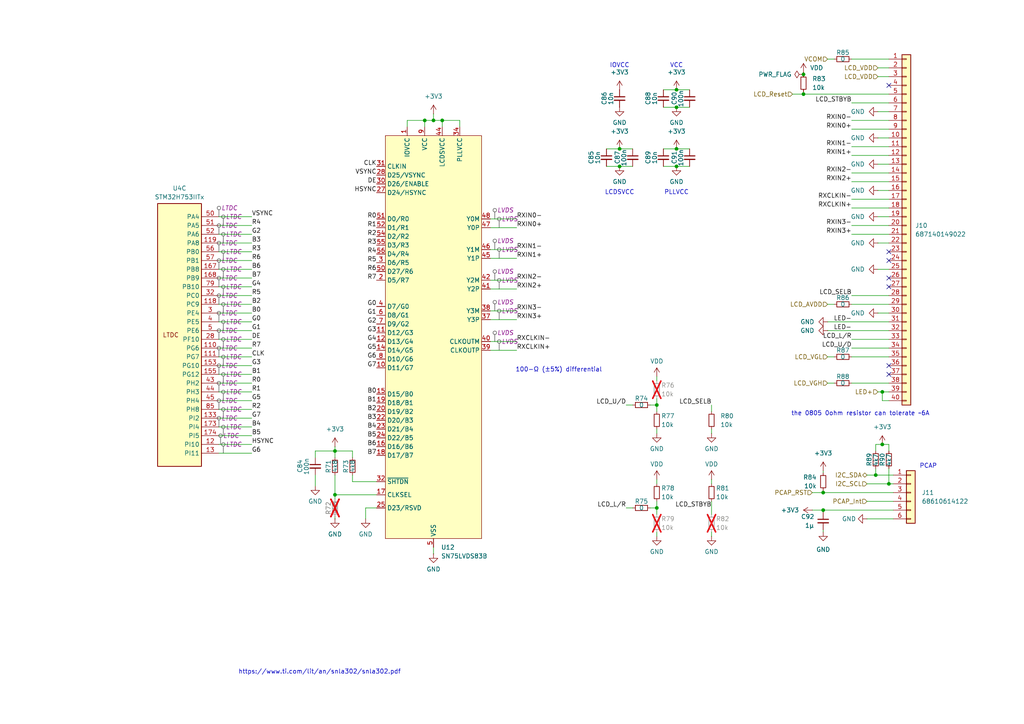
<source format=kicad_sch>
(kicad_sch
	(version 20250114)
	(generator "eeschema")
	(generator_version "9.0")
	(uuid "cfc08744-1338-460e-b9d6-bbb983fd58f1")
	(paper "A4")
	
	(text "100-Ω (±5%) differential "
		(exclude_from_sim no)
		(at 162.56 107.315 0)
		(effects
			(font
				(size 1.27 1.27)
			)
		)
		(uuid "1da41025-8cff-4a99-b544-8c763a73e2d1")
	)
	(text "PLLVCC"
		(exclude_from_sim no)
		(at 196.215 55.88 0)
		(effects
			(font
				(size 1.27 1.27)
			)
		)
		(uuid "69441736-eb38-4f01-a3f7-3aea416466f1")
	)
	(text "VCC"
		(exclude_from_sim no)
		(at 196.215 19.05 0)
		(effects
			(font
				(size 1.27 1.27)
			)
		)
		(uuid "7910a5ee-8ec7-4e91-a5a0-12c5f115d328")
	)
	(text "PCAP"
		(exclude_from_sim no)
		(at 269.24 135.255 0)
		(effects
			(font
				(size 1.27 1.27)
			)
		)
		(uuid "953f9d08-beaa-4a51-9778-13ce58a1a9e4")
	)
	(text "IOVCC"
		(exclude_from_sim no)
		(at 179.705 19.05 0)
		(effects
			(font
				(size 1.27 1.27)
			)
		)
		(uuid "9606f5f8-be5b-4b2d-8242-fc97946d3518")
	)
	(text "LCDSVCC"
		(exclude_from_sim no)
		(at 179.705 55.88 0)
		(effects
			(font
				(size 1.27 1.27)
			)
		)
		(uuid "b0eadaf5-52dd-452a-a86a-3eeecaa6db12")
	)
	(text "https://www.ti.com/lit/an/snla302/snla302.pdf"
		(exclude_from_sim no)
		(at 92.71 194.945 0)
		(effects
			(font
				(size 1.27 1.27)
			)
		)
		(uuid "bb44997b-1e8e-473d-b79d-3a23b573ff01")
	)
	(text "the 0805 0ohm resistor can tolerate ~6A"
		(exclude_from_sim no)
		(at 249.555 120.015 0)
		(effects
			(font
				(size 1.27 1.27)
			)
		)
		(uuid "ec6e7b20-8941-4277-a49c-06890acb3044")
	)
	(junction
		(at 97.155 130.81)
		(diameter 0)
		(color 0 0 0 0)
		(uuid "0a014240-3880-4e76-9a94-85fc4b86e196")
	)
	(junction
		(at 179.705 48.26)
		(diameter 0)
		(color 0 0 0 0)
		(uuid "1a981e4a-df1f-4554-808a-8cb682e6b709")
	)
	(junction
		(at 255.905 128.905)
		(diameter 0)
		(color 0 0 0 0)
		(uuid "1f38e153-e651-4879-8c77-3220d9bfe30b")
	)
	(junction
		(at 196.215 26.035)
		(diameter 0)
		(color 0 0 0 0)
		(uuid "36bddcfd-11d5-48fe-af61-3a943aa79791")
	)
	(junction
		(at 257.81 140.335)
		(diameter 0)
		(color 0 0 0 0)
		(uuid "3925a27d-4875-405a-8c29-a7ba8d4725f7")
	)
	(junction
		(at 125.73 34.925)
		(diameter 0)
		(color 0 0 0 0)
		(uuid "51eeccfe-6686-4ca9-8aba-d515e08cb179")
	)
	(junction
		(at 190.5 117.475)
		(diameter 0)
		(color 0 0 0 0)
		(uuid "587b8044-6d76-4594-b205-64f5ae3d0cbf")
	)
	(junction
		(at 128.27 34.925)
		(diameter 0)
		(color 0 0 0 0)
		(uuid "5e4fb1b3-b906-42cb-9bcf-1fe43b515c5c")
	)
	(junction
		(at 123.19 34.925)
		(diameter 0)
		(color 0 0 0 0)
		(uuid "6921e377-c6aa-4918-8f18-78751ee65e4b")
	)
	(junction
		(at 233.045 27.305)
		(diameter 0)
		(color 0 0 0 0)
		(uuid "6b7b1be5-7851-40f7-b61c-54746ac8b71c")
	)
	(junction
		(at 179.705 43.18)
		(diameter 0)
		(color 0 0 0 0)
		(uuid "6f2f8254-1c91-4009-962f-948e94f45990")
	)
	(junction
		(at 238.76 147.955)
		(diameter 0)
		(color 0 0 0 0)
		(uuid "833e2d64-fc43-464a-9283-f695744d3d12")
	)
	(junction
		(at 255.905 113.665)
		(diameter 0)
		(color 0 0 0 0)
		(uuid "89518f6e-9c83-421f-9c57-ab6c1f4a7a34")
	)
	(junction
		(at 97.155 143.51)
		(diameter 0)
		(color 0 0 0 0)
		(uuid "b360e58b-d3d1-4f91-b7db-26a83f81783f")
	)
	(junction
		(at 238.76 142.875)
		(diameter 0)
		(color 0 0 0 0)
		(uuid "ba9f6885-d1c2-4976-8e6c-b3c768d67c14")
	)
	(junction
		(at 190.5 147.32)
		(diameter 0)
		(color 0 0 0 0)
		(uuid "cbdd449a-e405-445e-a272-3419885e6243")
	)
	(junction
		(at 196.215 48.26)
		(diameter 0)
		(color 0 0 0 0)
		(uuid "d008a368-33cc-4d3e-b958-698d092dfcd5")
	)
	(junction
		(at 196.215 31.115)
		(diameter 0)
		(color 0 0 0 0)
		(uuid "ec8f96ba-b615-4c3c-85a1-f8ab19bdb118")
	)
	(junction
		(at 233.045 21.59)
		(diameter 0)
		(color 0 0 0 0)
		(uuid "f0bb0dd0-1498-4cf2-80b4-e31af6999afb")
	)
	(junction
		(at 196.215 43.18)
		(diameter 0)
		(color 0 0 0 0)
		(uuid "f4221231-7f4d-4ee4-b654-d71f985c5bf1")
	)
	(junction
		(at 254 137.795)
		(diameter 0)
		(color 0 0 0 0)
		(uuid "f621acd5-9b92-4da7-afc1-ea1e53f7700e")
	)
	(no_connect
		(at 257.81 108.585)
		(uuid "206530de-08a6-4322-927d-360e1543f9c3")
	)
	(no_connect
		(at 257.81 80.645)
		(uuid "4670c019-b6c9-4fcc-b1c1-90483035a52d")
	)
	(no_connect
		(at 257.81 73.025)
		(uuid "57ba4c83-7552-48dc-a263-d34d0b323fe5")
	)
	(no_connect
		(at 257.81 83.185)
		(uuid "58e4a9ba-9959-41ee-8aa7-af7bb26bb0fc")
	)
	(no_connect
		(at 257.81 75.565)
		(uuid "6656bea9-1e28-47cc-8494-9faa91d6f4b4")
	)
	(no_connect
		(at 257.81 24.765)
		(uuid "b5294258-8b2c-4d02-a271-4a5af5e8753b")
	)
	(no_connect
		(at 257.81 106.045)
		(uuid "d5a720d4-226e-4161-a590-27effc13fbc0")
	)
	(wire
		(pts
			(xy 196.215 48.26) (xy 200.025 48.26)
		)
		(stroke
			(width 0)
			(type default)
		)
		(uuid "0298da3d-88c6-441a-bd23-3a8b6279e8c9")
	)
	(wire
		(pts
			(xy 251.46 140.335) (xy 257.81 140.335)
		)
		(stroke
			(width 0)
			(type default)
		)
		(uuid "05e528cd-cd25-429f-b1b3-d804461f1fbb")
	)
	(wire
		(pts
			(xy 257.81 135.89) (xy 257.81 140.335)
		)
		(stroke
			(width 0)
			(type default)
		)
		(uuid "06b39ecd-f131-4d5e-be11-106155e0051c")
	)
	(wire
		(pts
			(xy 149.86 99.06) (xy 142.24 99.06)
		)
		(stroke
			(width 0)
			(type default)
		)
		(uuid "0714a536-7eb6-4ce2-851e-ea015f0458bc")
	)
	(wire
		(pts
			(xy 238.76 154.305) (xy 238.76 153.67)
		)
		(stroke
			(width 0)
			(type default)
		)
		(uuid "07f733c1-2c84-4554-b580-90af3ab3af81")
	)
	(wire
		(pts
			(xy 97.155 149.86) (xy 97.155 150.495)
		)
		(stroke
			(width 0)
			(type default)
		)
		(uuid "09997052-fd26-4555-95c6-8743f1453e4f")
	)
	(wire
		(pts
			(xy 73.025 90.805) (xy 63.5 90.805)
		)
		(stroke
			(width 0)
			(type default)
		)
		(uuid "0c7769d9-58d9-424f-8e8c-af7626579794")
	)
	(wire
		(pts
			(xy 102.235 130.81) (xy 102.235 132.715)
		)
		(stroke
			(width 0)
			(type default)
		)
		(uuid "0c8bd05c-5fba-4223-a449-4cbbc5bdec09")
	)
	(wire
		(pts
			(xy 133.35 34.925) (xy 133.35 36.83)
		)
		(stroke
			(width 0)
			(type default)
		)
		(uuid "0fe53239-7447-4eb5-8ad5-c0e8b73b79db")
	)
	(wire
		(pts
			(xy 125.73 158.75) (xy 125.73 160.655)
		)
		(stroke
			(width 0)
			(type default)
		)
		(uuid "10cb2966-9e76-4d0b-ae0d-260f6ad04f92")
	)
	(wire
		(pts
			(xy 247.015 111.125) (xy 257.81 111.125)
		)
		(stroke
			(width 0)
			(type default)
		)
		(uuid "13c63c44-473b-4821-bfdb-9dab528786c2")
	)
	(wire
		(pts
			(xy 63.5 111.125) (xy 73.025 111.125)
		)
		(stroke
			(width 0)
			(type default)
		)
		(uuid "15e610cc-4c82-431d-a9a2-2303922c457c")
	)
	(wire
		(pts
			(xy 190.5 147.32) (xy 190.5 149.225)
		)
		(stroke
			(width 0)
			(type default)
		)
		(uuid "1682fa89-003e-4157-a37f-bb74a89a1921")
	)
	(wire
		(pts
			(xy 233.045 20.955) (xy 233.045 21.59)
		)
		(stroke
			(width 0)
			(type default)
		)
		(uuid "17155407-70a1-437c-acf1-ef8c745c8d55")
	)
	(wire
		(pts
			(xy 73.025 78.105) (xy 63.5 78.105)
		)
		(stroke
			(width 0)
			(type default)
		)
		(uuid "17d94e04-1564-40d7-929a-7f08193a5664")
	)
	(wire
		(pts
			(xy 238.76 147.955) (xy 238.76 148.59)
		)
		(stroke
			(width 0)
			(type default)
		)
		(uuid "193249d7-42be-4aa3-9346-3782bac88bef")
	)
	(wire
		(pts
			(xy 190.5 109.22) (xy 190.5 110.49)
		)
		(stroke
			(width 0)
			(type default)
		)
		(uuid "19ebde49-e7ee-4f44-aa21-c9a530b73c81")
	)
	(wire
		(pts
			(xy 254.635 90.805) (xy 257.81 90.805)
		)
		(stroke
			(width 0)
			(type default)
		)
		(uuid "1c029d85-b489-425d-b4be-7fb14080dda1")
	)
	(wire
		(pts
			(xy 247.015 88.265) (xy 257.81 88.265)
		)
		(stroke
			(width 0)
			(type default)
		)
		(uuid "1d48773f-2c67-4fd6-b92d-82324b248da6")
	)
	(wire
		(pts
			(xy 247.015 103.505) (xy 257.81 103.505)
		)
		(stroke
			(width 0)
			(type default)
		)
		(uuid "1ec68ab0-74c3-4639-83cb-e6593f6a6859")
	)
	(wire
		(pts
			(xy 73.025 121.285) (xy 63.5 121.285)
		)
		(stroke
			(width 0)
			(type default)
		)
		(uuid "207bac0e-477b-4ecc-a9e7-30d1882c0397")
	)
	(wire
		(pts
			(xy 97.155 130.81) (xy 102.235 130.81)
		)
		(stroke
			(width 0)
			(type default)
		)
		(uuid "23b220bd-13e9-445f-ae5e-3ab326eee3d2")
	)
	(wire
		(pts
			(xy 238.76 142.24) (xy 238.76 142.875)
		)
		(stroke
			(width 0)
			(type default)
		)
		(uuid "23c600d3-e761-4c99-b45d-34adfb2a9b67")
	)
	(wire
		(pts
			(xy 247.015 60.325) (xy 257.81 60.325)
		)
		(stroke
			(width 0)
			(type default)
		)
		(uuid "27619d87-814b-4e66-8ce5-84c9b258f0bf")
	)
	(wire
		(pts
			(xy 142.24 74.93) (xy 149.86 74.93)
		)
		(stroke
			(width 0)
			(type default)
		)
		(uuid "29b1f2f7-9974-4042-9e5d-7f1190fac34f")
	)
	(wire
		(pts
			(xy 142.24 83.82) (xy 149.86 83.82)
		)
		(stroke
			(width 0)
			(type default)
		)
		(uuid "2c715c41-8579-4be5-8127-330173332aa8")
	)
	(wire
		(pts
			(xy 247.015 65.405) (xy 257.81 65.405)
		)
		(stroke
			(width 0)
			(type default)
		)
		(uuid "2f1b7142-5359-4472-b1fd-de96165f83e6")
	)
	(wire
		(pts
			(xy 73.025 80.645) (xy 63.5 80.645)
		)
		(stroke
			(width 0)
			(type default)
		)
		(uuid "2f42cc24-c719-4c2e-85ed-24e93a3cc083")
	)
	(wire
		(pts
			(xy 254.635 22.225) (xy 257.81 22.225)
		)
		(stroke
			(width 0)
			(type default)
		)
		(uuid "2f4e38f2-30cc-442c-b415-30467d32412d")
	)
	(wire
		(pts
			(xy 109.22 139.7) (xy 102.235 139.7)
		)
		(stroke
			(width 0)
			(type default)
		)
		(uuid "2fa43b00-581c-4b57-a7a9-a604f50b01d8")
	)
	(wire
		(pts
			(xy 73.025 70.485) (xy 63.5 70.485)
		)
		(stroke
			(width 0)
			(type default)
		)
		(uuid "2fd05b17-4010-4706-b3dd-e515141cfb1b")
	)
	(wire
		(pts
			(xy 181.61 147.32) (xy 183.515 147.32)
		)
		(stroke
			(width 0)
			(type default)
		)
		(uuid "30ffd6f7-ef1f-437f-9a7c-a23e216c9290")
	)
	(wire
		(pts
			(xy 206.375 117.475) (xy 206.375 119.38)
		)
		(stroke
			(width 0)
			(type default)
		)
		(uuid "312df952-f886-423f-9ecc-b76acc89c019")
	)
	(wire
		(pts
			(xy 247.015 57.785) (xy 257.81 57.785)
		)
		(stroke
			(width 0)
			(type default)
		)
		(uuid "338cbeb0-9e4c-42b6-9787-f19a5da2870c")
	)
	(wire
		(pts
			(xy 73.025 85.725) (xy 63.5 85.725)
		)
		(stroke
			(width 0)
			(type default)
		)
		(uuid "353d6dc0-f1dc-426d-ba7b-8e9e71df4b19")
	)
	(wire
		(pts
			(xy 233.045 26.67) (xy 233.045 27.305)
		)
		(stroke
			(width 0)
			(type default)
		)
		(uuid "354a3f1c-1c85-4f32-9b4a-8a7f5efa4e0a")
	)
	(wire
		(pts
			(xy 254 128.905) (xy 255.905 128.905)
		)
		(stroke
			(width 0)
			(type default)
		)
		(uuid "357e09a7-75f7-41a8-8c60-319f523d3773")
	)
	(wire
		(pts
			(xy 97.155 132.715) (xy 97.155 130.81)
		)
		(stroke
			(width 0)
			(type default)
		)
		(uuid "36eb8b53-c7a4-49dd-be5b-2105c6730fe4")
	)
	(wire
		(pts
			(xy 190.5 145.415) (xy 190.5 147.32)
		)
		(stroke
			(width 0)
			(type default)
		)
		(uuid "37521562-0348-42d1-a316-ad5f22f99668")
	)
	(wire
		(pts
			(xy 106.045 147.32) (xy 109.22 147.32)
		)
		(stroke
			(width 0)
			(type default)
		)
		(uuid "3a719ff8-c0b4-4593-b1f0-e26697bd70c2")
	)
	(wire
		(pts
			(xy 206.375 124.46) (xy 206.375 125.73)
		)
		(stroke
			(width 0)
			(type default)
		)
		(uuid "3ae24d99-1378-4e06-9b17-fab03726b185")
	)
	(wire
		(pts
			(xy 255.905 116.205) (xy 255.905 113.665)
		)
		(stroke
			(width 0)
			(type default)
		)
		(uuid "3d796974-152f-4f56-bd9a-5cb2a66feb94")
	)
	(wire
		(pts
			(xy 149.86 90.17) (xy 142.24 90.17)
		)
		(stroke
			(width 0)
			(type default)
		)
		(uuid "3db8ead2-c244-4591-9f6b-d8e5bc35cade")
	)
	(wire
		(pts
			(xy 251.46 137.795) (xy 254 137.795)
		)
		(stroke
			(width 0)
			(type default)
		)
		(uuid "3f295cfd-ebba-4b1e-bac9-708590bd77b6")
	)
	(wire
		(pts
			(xy 63.5 113.665) (xy 73.025 113.665)
		)
		(stroke
			(width 0)
			(type default)
		)
		(uuid "41c0f2a2-254c-4e56-9716-76286db98166")
	)
	(wire
		(pts
			(xy 91.44 130.81) (xy 97.155 130.81)
		)
		(stroke
			(width 0)
			(type default)
		)
		(uuid "45d0edf7-736a-4aa7-a23f-5212f8458eff")
	)
	(wire
		(pts
			(xy 247.015 17.145) (xy 257.81 17.145)
		)
		(stroke
			(width 0)
			(type default)
		)
		(uuid "466f5f35-7ab1-4d99-b939-c70f85820bed")
	)
	(wire
		(pts
			(xy 255.905 116.205) (xy 257.81 116.205)
		)
		(stroke
			(width 0)
			(type default)
		)
		(uuid "4718d472-c8b6-4441-ab81-d18e38c07fbd")
	)
	(wire
		(pts
			(xy 73.025 95.885) (xy 63.5 95.885)
		)
		(stroke
			(width 0)
			(type default)
		)
		(uuid "474024e8-c41f-40cb-9189-6472ac0431c2")
	)
	(wire
		(pts
			(xy 247.015 52.705) (xy 257.81 52.705)
		)
		(stroke
			(width 0)
			(type default)
		)
		(uuid "48985834-8e71-434f-b58e-ed9ffa085d20")
	)
	(wire
		(pts
			(xy 238.76 147.955) (xy 259.08 147.955)
		)
		(stroke
			(width 0)
			(type default)
		)
		(uuid "4c814185-20ab-4c63-85a3-08873cf631b5")
	)
	(wire
		(pts
			(xy 73.025 126.365) (xy 63.5 126.365)
		)
		(stroke
			(width 0)
			(type default)
		)
		(uuid "4cfb2005-de05-4a9f-b8a3-20c9e3e1b72d")
	)
	(wire
		(pts
			(xy 73.025 88.265) (xy 63.5 88.265)
		)
		(stroke
			(width 0)
			(type default)
		)
		(uuid "502ec2c1-b2f3-4c69-8215-aea89d77cbb8")
	)
	(wire
		(pts
			(xy 235.585 142.875) (xy 238.76 142.875)
		)
		(stroke
			(width 0)
			(type default)
		)
		(uuid "51176f82-a718-44d9-8aac-1fbaebeebff1")
	)
	(wire
		(pts
			(xy 125.73 34.925) (xy 128.27 34.925)
		)
		(stroke
			(width 0)
			(type default)
		)
		(uuid "512c3170-6919-410f-ab24-a01210192fc0")
	)
	(wire
		(pts
			(xy 73.025 75.565) (xy 63.5 75.565)
		)
		(stroke
			(width 0)
			(type default)
		)
		(uuid "5189ac23-5b18-47b9-a125-4cf0911b02fc")
	)
	(wire
		(pts
			(xy 175.895 48.26) (xy 179.705 48.26)
		)
		(stroke
			(width 0)
			(type default)
		)
		(uuid "57ab13e2-8a92-42d1-9fb8-6b02d0766ffe")
	)
	(wire
		(pts
			(xy 188.595 147.32) (xy 190.5 147.32)
		)
		(stroke
			(width 0)
			(type default)
		)
		(uuid "5bb6ede0-1f09-4ee3-b054-e913caa88144")
	)
	(wire
		(pts
			(xy 254.635 62.865) (xy 257.81 62.865)
		)
		(stroke
			(width 0)
			(type default)
		)
		(uuid "5d74f553-7285-4b03-8f7a-7493264e6ca7")
	)
	(wire
		(pts
			(xy 240.03 93.345) (xy 257.81 93.345)
		)
		(stroke
			(width 0)
			(type default)
		)
		(uuid "5f241d29-31c2-41f4-bd3d-059c2e65be39")
	)
	(wire
		(pts
			(xy 73.025 128.905) (xy 63.5 128.905)
		)
		(stroke
			(width 0)
			(type default)
		)
		(uuid "6075275d-7f2e-461d-a448-e93aaa6b54b5")
	)
	(wire
		(pts
			(xy 206.375 139.065) (xy 206.375 140.335)
		)
		(stroke
			(width 0)
			(type default)
		)
		(uuid "60c7230e-5bca-4180-bcca-03d23889c8d9")
	)
	(wire
		(pts
			(xy 240.03 17.145) (xy 241.935 17.145)
		)
		(stroke
			(width 0)
			(type default)
		)
		(uuid "618979c3-fee3-4fd4-90b7-b3a321c9831f")
	)
	(wire
		(pts
			(xy 179.705 43.18) (xy 183.515 43.18)
		)
		(stroke
			(width 0)
			(type default)
		)
		(uuid "652c6c39-fa45-4f03-89a8-cde00a0d1335")
	)
	(wire
		(pts
			(xy 181.61 117.475) (xy 183.515 117.475)
		)
		(stroke
			(width 0)
			(type default)
		)
		(uuid "65cc8ab6-13ef-40a8-9b07-cc9baf602c04")
	)
	(wire
		(pts
			(xy 247.015 67.945) (xy 257.81 67.945)
		)
		(stroke
			(width 0)
			(type default)
		)
		(uuid "671eb76e-ac7c-495b-9377-d06227dbda46")
	)
	(wire
		(pts
			(xy 206.375 154.305) (xy 206.375 155.575)
		)
		(stroke
			(width 0)
			(type default)
		)
		(uuid "68278b12-7341-4bce-ab78-6f965d6478a7")
	)
	(wire
		(pts
			(xy 188.595 117.475) (xy 190.5 117.475)
		)
		(stroke
			(width 0)
			(type default)
		)
		(uuid "6e4fea39-f48b-434e-b2ca-502d3b4c5e09")
	)
	(wire
		(pts
			(xy 106.045 150.495) (xy 106.045 147.32)
		)
		(stroke
			(width 0)
			(type default)
		)
		(uuid "6f5af170-38aa-4c58-a2e9-2e76e811c87e")
	)
	(wire
		(pts
			(xy 63.5 106.045) (xy 73.025 106.045)
		)
		(stroke
			(width 0)
			(type default)
		)
		(uuid "6fd5cd1c-1fce-4386-8556-454db23ddc22")
	)
	(wire
		(pts
			(xy 63.5 108.585) (xy 73.025 108.585)
		)
		(stroke
			(width 0)
			(type default)
		)
		(uuid "705eca2d-93f6-4c58-a085-77d229760b3e")
	)
	(wire
		(pts
			(xy 247.015 100.965) (xy 257.81 100.965)
		)
		(stroke
			(width 0)
			(type default)
		)
		(uuid "71413b15-4c29-4db8-9aca-4d4d08e03b81")
	)
	(wire
		(pts
			(xy 190.5 124.46) (xy 190.5 125.73)
		)
		(stroke
			(width 0)
			(type default)
		)
		(uuid "71808231-1ba2-4266-ac0d-4cd719878a39")
	)
	(wire
		(pts
			(xy 251.46 145.415) (xy 259.08 145.415)
		)
		(stroke
			(width 0)
			(type default)
		)
		(uuid "718cbf0e-2c2e-4dfb-aa82-e96c26e595e9")
	)
	(wire
		(pts
			(xy 73.025 98.425) (xy 63.5 98.425)
		)
		(stroke
			(width 0)
			(type default)
		)
		(uuid "7346d934-c35c-43c1-88c0-f88dc480586d")
	)
	(wire
		(pts
			(xy 123.19 34.925) (xy 125.73 34.925)
		)
		(stroke
			(width 0)
			(type default)
		)
		(uuid "79289023-9eda-4942-b277-ffdf5c17a90c")
	)
	(wire
		(pts
			(xy 206.375 145.415) (xy 206.375 149.225)
		)
		(stroke
			(width 0)
			(type default)
		)
		(uuid "79526d75-b91c-4e80-a209-f4f7252523a2")
	)
	(wire
		(pts
			(xy 240.03 95.885) (xy 257.81 95.885)
		)
		(stroke
			(width 0)
			(type default)
		)
		(uuid "7a3e6c4f-9432-460d-bcc3-675f61fb2f7b")
	)
	(wire
		(pts
			(xy 240.03 88.265) (xy 241.935 88.265)
		)
		(stroke
			(width 0)
			(type default)
		)
		(uuid "7ba4c5a6-fc2a-42bf-835e-6d3fe146eb49")
	)
	(wire
		(pts
			(xy 73.025 65.405) (xy 63.5 65.405)
		)
		(stroke
			(width 0)
			(type default)
		)
		(uuid "7c194a2f-2393-4372-aed6-e1e9f16266e8")
	)
	(wire
		(pts
			(xy 247.015 85.725) (xy 257.81 85.725)
		)
		(stroke
			(width 0)
			(type default)
		)
		(uuid "7d97b2ea-9c3a-4444-8140-5f88442d21a4")
	)
	(wire
		(pts
			(xy 102.235 139.7) (xy 102.235 137.795)
		)
		(stroke
			(width 0)
			(type default)
		)
		(uuid "7ef4ed38-09cf-4dc1-8d17-593720d6bfbd")
	)
	(wire
		(pts
			(xy 257.81 140.335) (xy 259.08 140.335)
		)
		(stroke
			(width 0)
			(type default)
		)
		(uuid "80449c22-7a2e-48ef-b100-319c64440b08")
	)
	(wire
		(pts
			(xy 91.44 130.81) (xy 91.44 132.715)
		)
		(stroke
			(width 0)
			(type default)
		)
		(uuid "8052b36c-73f0-4c99-a4b1-bba64c1b82e2")
	)
	(wire
		(pts
			(xy 118.11 34.925) (xy 123.19 34.925)
		)
		(stroke
			(width 0)
			(type default)
		)
		(uuid "82256a26-20d4-4f1c-8160-6219baaaf0fd")
	)
	(wire
		(pts
			(xy 192.405 31.115) (xy 196.215 31.115)
		)
		(stroke
			(width 0)
			(type default)
		)
		(uuid "824ceded-869f-4f61-9b0d-737a6d94db16")
	)
	(wire
		(pts
			(xy 254.635 32.385) (xy 257.81 32.385)
		)
		(stroke
			(width 0)
			(type default)
		)
		(uuid "83cc7d18-3605-4624-a3e7-065a5db17972")
	)
	(wire
		(pts
			(xy 97.155 129.54) (xy 97.155 130.81)
		)
		(stroke
			(width 0)
			(type default)
		)
		(uuid "862bf58b-0b37-45d1-90c8-c77c888bb601")
	)
	(wire
		(pts
			(xy 238.76 142.875) (xy 259.08 142.875)
		)
		(stroke
			(width 0)
			(type default)
		)
		(uuid "8a253ece-2bc3-43e4-9198-530d6b262d90")
	)
	(wire
		(pts
			(xy 255.905 113.665) (xy 257.81 113.665)
		)
		(stroke
			(width 0)
			(type default)
		)
		(uuid "8b0d9d8b-5c7a-4cad-883a-66ceb5f7ef54")
	)
	(wire
		(pts
			(xy 240.03 103.505) (xy 241.935 103.505)
		)
		(stroke
			(width 0)
			(type default)
		)
		(uuid "8b6da8b0-de78-4e0a-9628-aa523a0de7bb")
	)
	(wire
		(pts
			(xy 254.635 70.485) (xy 257.81 70.485)
		)
		(stroke
			(width 0)
			(type default)
		)
		(uuid "8fcba768-840e-438e-ac66-8ec626ed306c")
	)
	(wire
		(pts
			(xy 175.895 43.18) (xy 179.705 43.18)
		)
		(stroke
			(width 0)
			(type default)
		)
		(uuid "90afa069-9607-44d1-8a5b-5ef07d699a4a")
	)
	(wire
		(pts
			(xy 123.19 34.925) (xy 123.19 36.83)
		)
		(stroke
			(width 0)
			(type default)
		)
		(uuid "95aa725c-7b4c-4809-b773-ab53822a785e")
	)
	(wire
		(pts
			(xy 91.44 137.795) (xy 91.44 140.97)
		)
		(stroke
			(width 0)
			(type default)
		)
		(uuid "96be8705-1aaf-4f28-aace-ecacb5b0fc86")
	)
	(wire
		(pts
			(xy 235.585 147.955) (xy 238.76 147.955)
		)
		(stroke
			(width 0)
			(type default)
		)
		(uuid "9af2513d-bd0e-422c-8c69-9f61ea71fb1c")
	)
	(wire
		(pts
			(xy 247.015 34.925) (xy 257.81 34.925)
		)
		(stroke
			(width 0)
			(type default)
		)
		(uuid "9afaf073-8914-4b5f-9a09-321c7823603b")
	)
	(wire
		(pts
			(xy 149.86 63.5) (xy 142.24 63.5)
		)
		(stroke
			(width 0)
			(type default)
		)
		(uuid "9b1bb6e8-b640-4df4-90e7-f515e45fb94d")
	)
	(wire
		(pts
			(xy 257.81 128.905) (xy 257.81 130.81)
		)
		(stroke
			(width 0)
			(type default)
		)
		(uuid "9c4d6a6f-f984-42f1-a37b-45ccd36c49c2")
	)
	(wire
		(pts
			(xy 254.635 113.665) (xy 255.905 113.665)
		)
		(stroke
			(width 0)
			(type default)
		)
		(uuid "9cb67b43-cabd-47e1-99bb-bf896041f2a0")
	)
	(wire
		(pts
			(xy 255.905 128.905) (xy 257.81 128.905)
		)
		(stroke
			(width 0)
			(type default)
		)
		(uuid "9cd4ebb7-1f67-4d4a-86a6-5d4df2a67f6d")
	)
	(wire
		(pts
			(xy 73.025 103.505) (xy 63.5 103.505)
		)
		(stroke
			(width 0)
			(type default)
		)
		(uuid "9cd80d76-b308-4f36-bf78-30d41cf882c2")
	)
	(wire
		(pts
			(xy 73.025 123.825) (xy 63.5 123.825)
		)
		(stroke
			(width 0)
			(type default)
		)
		(uuid "a0b0b6be-49e7-466a-9be7-f5d9a5e202c7")
	)
	(wire
		(pts
			(xy 73.025 62.865) (xy 63.5 62.865)
		)
		(stroke
			(width 0)
			(type default)
		)
		(uuid "a2d4b60b-4a56-4117-9f46-350310b40e10")
	)
	(wire
		(pts
			(xy 238.76 136.525) (xy 238.76 137.16)
		)
		(stroke
			(width 0)
			(type default)
		)
		(uuid "a38bdfda-67d3-463a-8274-24b317601fed")
	)
	(wire
		(pts
			(xy 196.215 43.18) (xy 200.025 43.18)
		)
		(stroke
			(width 0)
			(type default)
		)
		(uuid "a42e8e46-cd2f-432f-9417-b53432b08db3")
	)
	(wire
		(pts
			(xy 233.045 27.305) (xy 257.81 27.305)
		)
		(stroke
			(width 0)
			(type default)
		)
		(uuid "a94d2cb2-c0e3-4b77-867f-08036eb8635e")
	)
	(wire
		(pts
			(xy 179.705 48.26) (xy 183.515 48.26)
		)
		(stroke
			(width 0)
			(type default)
		)
		(uuid "a9ab5bcb-7b6e-465d-8750-6972b61c2bbb")
	)
	(wire
		(pts
			(xy 196.215 31.115) (xy 200.025 31.115)
		)
		(stroke
			(width 0)
			(type default)
		)
		(uuid "aa32b454-0871-44c0-a45c-e8ddba70bf7e")
	)
	(wire
		(pts
			(xy 73.025 83.185) (xy 63.5 83.185)
		)
		(stroke
			(width 0)
			(type default)
		)
		(uuid "ab9141a5-c2e4-4987-b240-5417d21ae07d")
	)
	(wire
		(pts
			(xy 247.015 50.165) (xy 257.81 50.165)
		)
		(stroke
			(width 0)
			(type default)
		)
		(uuid "ae07fa32-ecd4-4f47-9f9a-68257480dc89")
	)
	(wire
		(pts
			(xy 254.635 19.685) (xy 257.81 19.685)
		)
		(stroke
			(width 0)
			(type default)
		)
		(uuid "ae5d1da4-dc18-4b2d-bc7a-ff67f4fd9e22")
	)
	(wire
		(pts
			(xy 73.025 73.025) (xy 63.5 73.025)
		)
		(stroke
			(width 0)
			(type default)
		)
		(uuid "ae88b2ef-c6a0-445c-8cfe-50ec635910c2")
	)
	(wire
		(pts
			(xy 254.635 78.105) (xy 257.81 78.105)
		)
		(stroke
			(width 0)
			(type default)
		)
		(uuid "b3918266-6f83-4b67-95c2-a18adeb3b8f8")
	)
	(wire
		(pts
			(xy 247.015 98.425) (xy 257.81 98.425)
		)
		(stroke
			(width 0)
			(type default)
		)
		(uuid "b74665b8-9c25-4e6e-9b69-3020ade95bd7")
	)
	(wire
		(pts
			(xy 125.73 33.02) (xy 125.73 34.925)
		)
		(stroke
			(width 0)
			(type default)
		)
		(uuid "b840f00d-7dd3-40a7-a038-2bd1432f126e")
	)
	(wire
		(pts
			(xy 128.27 34.925) (xy 133.35 34.925)
		)
		(stroke
			(width 0)
			(type default)
		)
		(uuid "b92b6ecf-f5c2-4e28-a6c0-424f103af062")
	)
	(wire
		(pts
			(xy 254.635 55.245) (xy 257.81 55.245)
		)
		(stroke
			(width 0)
			(type default)
		)
		(uuid "ba578d3a-fb82-4cea-8c1f-7e1fda372293")
	)
	(wire
		(pts
			(xy 254 137.795) (xy 259.08 137.795)
		)
		(stroke
			(width 0)
			(type default)
		)
		(uuid "bbd5ddb8-14c3-4b2b-aa92-4b50e140d68c")
	)
	(wire
		(pts
			(xy 251.46 150.495) (xy 259.08 150.495)
		)
		(stroke
			(width 0)
			(type default)
		)
		(uuid "bc4832a6-be93-4682-a561-6bd59cf7249f")
	)
	(wire
		(pts
			(xy 254 128.905) (xy 254 130.81)
		)
		(stroke
			(width 0)
			(type default)
		)
		(uuid "bd98bc5c-a944-4744-b53e-8f22f3ee1dda")
	)
	(wire
		(pts
			(xy 142.24 101.6) (xy 149.86 101.6)
		)
		(stroke
			(width 0)
			(type default)
		)
		(uuid "bdbf3e05-4ce9-4913-af14-3d367f3a176f")
	)
	(wire
		(pts
			(xy 247.015 37.465) (xy 257.81 37.465)
		)
		(stroke
			(width 0)
			(type default)
		)
		(uuid "bef8842b-46f7-4d9f-b8ff-b5523cb14e85")
	)
	(wire
		(pts
			(xy 73.025 67.945) (xy 63.5 67.945)
		)
		(stroke
			(width 0)
			(type default)
		)
		(uuid "bf035543-2a39-45e7-8df5-7690765d5f49")
	)
	(wire
		(pts
			(xy 254.635 40.005) (xy 257.81 40.005)
		)
		(stroke
			(width 0)
			(type default)
		)
		(uuid "bf23b9bf-e84b-4f47-83d9-2d403c4d44e9")
	)
	(wire
		(pts
			(xy 63.5 118.745) (xy 73.025 118.745)
		)
		(stroke
			(width 0)
			(type default)
		)
		(uuid "c74f487b-259d-4448-825c-86a0898969f4")
	)
	(wire
		(pts
			(xy 192.405 43.18) (xy 196.215 43.18)
		)
		(stroke
			(width 0)
			(type default)
		)
		(uuid "c98340a9-4958-44da-bead-778ce16b983c")
	)
	(wire
		(pts
			(xy 247.015 45.085) (xy 257.81 45.085)
		)
		(stroke
			(width 0)
			(type default)
		)
		(uuid "c9db60b3-18a2-4d9a-b871-8efab5d8404d")
	)
	(wire
		(pts
			(xy 192.405 26.035) (xy 196.215 26.035)
		)
		(stroke
			(width 0)
			(type default)
		)
		(uuid "cedf6cc6-cf0c-4876-9970-dbb1e94e38da")
	)
	(wire
		(pts
			(xy 149.86 72.39) (xy 142.24 72.39)
		)
		(stroke
			(width 0)
			(type default)
		)
		(uuid "d075d592-3916-48ba-bae1-4c662547c997")
	)
	(wire
		(pts
			(xy 73.025 100.965) (xy 63.5 100.965)
		)
		(stroke
			(width 0)
			(type default)
		)
		(uuid "d45c6d57-f568-4cd8-b7c8-36ad8932d851")
	)
	(wire
		(pts
			(xy 190.5 117.475) (xy 190.5 119.38)
		)
		(stroke
			(width 0)
			(type default)
		)
		(uuid "e03c2f78-ecb6-4011-a780-91df4e9eb48f")
	)
	(wire
		(pts
			(xy 142.24 92.71) (xy 149.86 92.71)
		)
		(stroke
			(width 0)
			(type default)
		)
		(uuid "e0779c4d-d336-4ce1-bfa3-a3790b2fc8bf")
	)
	(wire
		(pts
			(xy 73.025 131.445) (xy 63.5 131.445)
		)
		(stroke
			(width 0)
			(type default)
		)
		(uuid "e08e363e-2784-44c9-a7c0-82001ed08804")
	)
	(wire
		(pts
			(xy 190.5 139.065) (xy 190.5 140.335)
		)
		(stroke
			(width 0)
			(type default)
		)
		(uuid "e0bfcbdd-bdf9-48a7-a6f5-92a1581af31c")
	)
	(wire
		(pts
			(xy 247.015 42.545) (xy 257.81 42.545)
		)
		(stroke
			(width 0)
			(type default)
		)
		(uuid "e2388c05-3c96-4150-bfba-fabf46d0bbae")
	)
	(wire
		(pts
			(xy 97.155 137.795) (xy 97.155 143.51)
		)
		(stroke
			(width 0)
			(type default)
		)
		(uuid "e70de6e4-78af-4d30-a1cb-1182b39e31e4")
	)
	(wire
		(pts
			(xy 142.24 66.04) (xy 149.86 66.04)
		)
		(stroke
			(width 0)
			(type default)
		)
		(uuid "e7cab5c7-8679-4b50-a42f-f882b181fbb9")
	)
	(wire
		(pts
			(xy 118.11 36.83) (xy 118.11 34.925)
		)
		(stroke
			(width 0)
			(type default)
		)
		(uuid "ea9d0ea8-e098-4297-9c55-b45bedd20476")
	)
	(wire
		(pts
			(xy 149.86 81.28) (xy 142.24 81.28)
		)
		(stroke
			(width 0)
			(type default)
		)
		(uuid "eb39c25b-ffe2-4da6-a0b2-8af71d0c1172")
	)
	(wire
		(pts
			(xy 192.405 48.26) (xy 196.215 48.26)
		)
		(stroke
			(width 0)
			(type default)
		)
		(uuid "f16df34f-8751-4964-b975-6f243a856a47")
	)
	(wire
		(pts
			(xy 240.03 111.125) (xy 241.935 111.125)
		)
		(stroke
			(width 0)
			(type default)
		)
		(uuid "f2557df2-1adf-456b-8f1a-153221d9ea7f")
	)
	(wire
		(pts
			(xy 254 135.89) (xy 254 137.795)
		)
		(stroke
			(width 0)
			(type default)
		)
		(uuid "f34b4a7f-30c2-4c02-acad-64be66476446")
	)
	(wire
		(pts
			(xy 63.5 116.205) (xy 73.025 116.205)
		)
		(stroke
			(width 0)
			(type default)
		)
		(uuid "f535fc31-7588-4f12-9448-61babb53b8af")
	)
	(wire
		(pts
			(xy 97.155 143.51) (xy 109.22 143.51)
		)
		(stroke
			(width 0)
			(type default)
		)
		(uuid "f554973e-e8dd-4851-bca8-6fe663208a8f")
	)
	(wire
		(pts
			(xy 97.155 143.51) (xy 97.155 144.78)
		)
		(stroke
			(width 0)
			(type default)
		)
		(uuid "f564e718-be05-4a41-9b64-a20ab63ac335")
	)
	(wire
		(pts
			(xy 73.025 93.345) (xy 63.5 93.345)
		)
		(stroke
			(width 0)
			(type default)
		)
		(uuid "f5a32e9c-1591-4c8b-a8ac-b0056357b0dd")
	)
	(wire
		(pts
			(xy 190.5 154.305) (xy 190.5 155.575)
		)
		(stroke
			(width 0)
			(type default)
		)
		(uuid "f86d5a4b-b4ea-4bd2-b58a-bff92fc439ab")
	)
	(wire
		(pts
			(xy 247.015 29.845) (xy 257.81 29.845)
		)
		(stroke
			(width 0)
			(type default)
		)
		(uuid "f8bd3e43-06b8-48bc-969c-a24c8a936e42")
	)
	(wire
		(pts
			(xy 229.87 27.305) (xy 233.045 27.305)
		)
		(stroke
			(width 0)
			(type default)
		)
		(uuid "f907b5bd-be26-4ce3-bba1-b715c06131de")
	)
	(wire
		(pts
			(xy 190.5 115.57) (xy 190.5 117.475)
		)
		(stroke
			(width 0)
			(type default)
		)
		(uuid "fc269f37-55eb-4e62-8764-57f209f35f43")
	)
	(wire
		(pts
			(xy 254.635 47.625) (xy 257.81 47.625)
		)
		(stroke
			(width 0)
			(type default)
		)
		(uuid "fd2d8bec-9089-483f-bc2e-e8ddcafcfebb")
	)
	(wire
		(pts
			(xy 128.27 34.925) (xy 128.27 36.83)
		)
		(stroke
			(width 0)
			(type default)
		)
		(uuid "fe954440-ef8c-4f09-84e0-0a27616cf92c")
	)
	(wire
		(pts
			(xy 196.215 26.035) (xy 200.025 26.035)
		)
		(stroke
			(width 0)
			(type default)
		)
		(uuid "ffa19dcc-fc4d-4cde-b3c6-4f1326019579")
	)
	(label "RXIN3-"
		(at 149.86 90.17 0)
		(effects
			(font
				(size 1.27 1.27)
			)
			(justify left bottom)
		)
		(uuid "00d2695c-ba7e-4b9b-a7dc-eb3405ab6848")
	)
	(label "CLK"
		(at 109.22 48.26 180)
		(effects
			(font
				(size 1.27 1.27)
			)
			(justify right bottom)
		)
		(uuid "0152042a-2e95-49bd-8c52-583776a4d18d")
	)
	(label "G7"
		(at 109.22 106.68 180)
		(effects
			(font
				(size 1.27 1.27)
			)
			(justify right bottom)
		)
		(uuid "08754e1f-e8f7-4846-ab84-6afec5cd4af9")
	)
	(label "R6"
		(at 73.025 75.565 0)
		(effects
			(font
				(size 1.27 1.27)
			)
			(justify left bottom)
		)
		(uuid "08ca3b5f-fac8-4fb4-9832-087b8859e3e4")
	)
	(label "G6"
		(at 73.025 131.445 0)
		(effects
			(font
				(size 1.27 1.27)
			)
			(justify left bottom)
		)
		(uuid "096b0597-da20-426d-a588-67938caf16a3")
	)
	(label "B0"
		(at 109.22 114.3 180)
		(effects
			(font
				(size 1.27 1.27)
			)
			(justify right bottom)
		)
		(uuid "096d8b65-3f35-45ea-a2cb-ec5d8c6d025a")
	)
	(label "RXIN2+"
		(at 247.015 52.705 180)
		(effects
			(font
				(size 1.27 1.27)
			)
			(justify right bottom)
		)
		(uuid "0e44530d-a1d4-42ae-910e-b7fa88ab0906")
	)
	(label "G6"
		(at 109.22 104.14 180)
		(effects
			(font
				(size 1.27 1.27)
			)
			(justify right bottom)
		)
		(uuid "148f24ec-133d-46ba-8469-e51a77694918")
	)
	(label "LED-"
		(at 247.015 95.885 180)
		(effects
			(font
				(size 1.27 1.27)
			)
			(justify right bottom)
		)
		(uuid "1734c896-d62e-44bd-8d20-21a2e9dccd60")
	)
	(label "B0"
		(at 73.025 90.805 0)
		(effects
			(font
				(size 1.27 1.27)
			)
			(justify left bottom)
		)
		(uuid "2533289e-e9d3-45ba-974c-2c60d94ab3ac")
	)
	(label "B5"
		(at 73.025 126.365 0)
		(effects
			(font
				(size 1.27 1.27)
			)
			(justify left bottom)
		)
		(uuid "2b03ce00-50b9-443b-a694-95e2ad9fbd0b")
	)
	(label "RXCLKIN+"
		(at 247.015 60.325 180)
		(effects
			(font
				(size 1.27 1.27)
			)
			(justify right bottom)
		)
		(uuid "2bc06b32-3f21-403a-9e2f-cc5591cc7bf4")
	)
	(label "B6"
		(at 73.025 78.105 0)
		(effects
			(font
				(size 1.27 1.27)
			)
			(justify left bottom)
		)
		(uuid "2f13269d-acbc-4026-a52b-966bcaf67fb9")
	)
	(label "R5"
		(at 109.22 76.2 180)
		(effects
			(font
				(size 1.27 1.27)
			)
			(justify right bottom)
		)
		(uuid "2f9635c8-4f48-4faf-a078-cffff38268eb")
	)
	(label "G5"
		(at 109.22 101.6 180)
		(effects
			(font
				(size 1.27 1.27)
			)
			(justify right bottom)
		)
		(uuid "2ff65520-03fa-4157-9b8f-e439531e5d4d")
	)
	(label "R5"
		(at 73.025 85.725 0)
		(effects
			(font
				(size 1.27 1.27)
			)
			(justify left bottom)
		)
		(uuid "30a26e4c-77dd-4daa-959d-9445d0b53384")
	)
	(label "LCD_STBYB"
		(at 206.375 147.32 180)
		(effects
			(font
				(size 1.27 1.27)
			)
			(justify right bottom)
		)
		(uuid "313daad7-5729-4cd5-a0eb-96ce9856e820")
	)
	(label "HSYNC"
		(at 73.025 128.905 0)
		(effects
			(font
				(size 1.27 1.27)
			)
			(justify left bottom)
		)
		(uuid "37ed1a4c-aaa7-4117-9939-eaf71c7fd3dd")
	)
	(label "VSYNC"
		(at 73.025 62.865 0)
		(effects
			(font
				(size 1.27 1.27)
			)
			(justify left bottom)
		)
		(uuid "4027ccb6-ccfc-48bb-ac38-97fd486ede19")
	)
	(label "R3"
		(at 73.025 73.025 0)
		(effects
			(font
				(size 1.27 1.27)
			)
			(justify left bottom)
		)
		(uuid "402fbdd1-f16d-42f6-b6d4-2893e3aeedfc")
	)
	(label "RXIN3+"
		(at 149.86 92.71 0)
		(effects
			(font
				(size 1.27 1.27)
			)
			(justify left bottom)
		)
		(uuid "4a58a965-b7ea-4b42-b760-89192e489f04")
	)
	(label "B3"
		(at 73.025 70.485 0)
		(effects
			(font
				(size 1.27 1.27)
			)
			(justify left bottom)
		)
		(uuid "4fe9fb27-c50c-4dba-8b12-14fe9d941704")
	)
	(label "R0"
		(at 73.025 111.125 0)
		(effects
			(font
				(size 1.27 1.27)
			)
			(justify left bottom)
		)
		(uuid "5036eab7-a315-4c60-9769-172ad985f941")
	)
	(label "R6"
		(at 109.22 78.74 180)
		(effects
			(font
				(size 1.27 1.27)
			)
			(justify right bottom)
		)
		(uuid "50a8c713-5dc9-4c0c-87ac-23fc241eaac3")
	)
	(label "RXIN3+"
		(at 247.015 67.945 180)
		(effects
			(font
				(size 1.27 1.27)
			)
			(justify right bottom)
		)
		(uuid "57003274-96a1-4384-8c1a-2fe513369741")
	)
	(label "R1"
		(at 73.025 113.665 0)
		(effects
			(font
				(size 1.27 1.27)
			)
			(justify left bottom)
		)
		(uuid "57fc748d-c2ac-41da-bfa8-02cfdd97af99")
	)
	(label "B1"
		(at 109.22 116.84 180)
		(effects
			(font
				(size 1.27 1.27)
			)
			(justify right bottom)
		)
		(uuid "5a19eec5-bc36-4a24-9e46-c05116e0da24")
	)
	(label "RXIN2-"
		(at 149.86 81.28 0)
		(effects
			(font
				(size 1.27 1.27)
			)
			(justify left bottom)
		)
		(uuid "5db48e7d-4953-4fc8-b0c0-3d62cafc07b8")
	)
	(label "G3"
		(at 73.025 106.045 0)
		(effects
			(font
				(size 1.27 1.27)
			)
			(justify left bottom)
		)
		(uuid "5ece0f61-52d4-421f-b104-18f73cbff931")
	)
	(label "DE"
		(at 73.025 98.425 0)
		(effects
			(font
				(size 1.27 1.27)
			)
			(justify left bottom)
		)
		(uuid "5f11e062-7669-4fed-ae54-2410bfd2c9aa")
	)
	(label "B4"
		(at 109.22 124.46 180)
		(effects
			(font
				(size 1.27 1.27)
			)
			(justify right bottom)
		)
		(uuid "6243d259-549d-440c-89a5-83209aebb695")
	)
	(label "G3"
		(at 109.22 96.52 180)
		(effects
			(font
				(size 1.27 1.27)
			)
			(justify right bottom)
		)
		(uuid "6475158b-452e-4407-bc5c-cbe2225862a0")
	)
	(label "B3"
		(at 109.22 121.92 180)
		(effects
			(font
				(size 1.27 1.27)
			)
			(justify right bottom)
		)
		(uuid "68a208c6-5f66-4de8-95eb-958a270c0efd")
	)
	(label "RXIN2+"
		(at 149.86 83.82 0)
		(effects
			(font
				(size 1.27 1.27)
			)
			(justify left bottom)
		)
		(uuid "6a680cca-13a6-4f53-947d-dd7b77cb8d80")
	)
	(label "RXCLKIN-"
		(at 149.86 99.06 0)
		(effects
			(font
				(size 1.27 1.27)
			)
			(justify left bottom)
		)
		(uuid "6f80c29e-dcfb-470f-b8a3-254f5fe8390b")
	)
	(label "G2"
		(at 109.22 93.98 180)
		(effects
			(font
				(size 1.27 1.27)
			)
			(justify right bottom)
		)
		(uuid "6fe78f8c-aa6c-495b-a2d0-7e4f6326bc40")
	)
	(label "LCD_L{slash}R"
		(at 181.61 147.32 180)
		(effects
			(font
				(size 1.27 1.27)
			)
			(justify right bottom)
		)
		(uuid "701f3dff-6da1-4e71-87d5-12c85549e106")
	)
	(label "R3"
		(at 109.22 71.12 180)
		(effects
			(font
				(size 1.27 1.27)
			)
			(justify right bottom)
		)
		(uuid "708b591f-2881-4ae0-a20b-d8559f75da6e")
	)
	(label "B5"
		(at 109.22 127 180)
		(effects
			(font
				(size 1.27 1.27)
			)
			(justify right bottom)
		)
		(uuid "70da06be-4e17-4517-957d-299c1ceb91d9")
	)
	(label "LCD_U{slash}D"
		(at 181.61 117.475 180)
		(effects
			(font
				(size 1.27 1.27)
			)
			(justify right bottom)
		)
		(uuid "736e1f78-2325-48bc-b630-11f9ba7deaad")
	)
	(label "G1"
		(at 109.22 91.44 180)
		(effects
			(font
				(size 1.27 1.27)
			)
			(justify right bottom)
		)
		(uuid "82a3c86b-2ae2-4258-a371-0c95745c9d37")
	)
	(label "RXIN1-"
		(at 247.015 42.545 180)
		(effects
			(font
				(size 1.27 1.27)
			)
			(justify right bottom)
		)
		(uuid "9071c682-3516-4aba-9b72-926e5fa6e5bc")
	)
	(label "R4"
		(at 109.22 73.66 180)
		(effects
			(font
				(size 1.27 1.27)
			)
			(justify right bottom)
		)
		(uuid "90d54928-5f90-4149-bde2-70defc6cd53c")
	)
	(label "B2"
		(at 109.22 119.38 180)
		(effects
			(font
				(size 1.27 1.27)
			)
			(justify right bottom)
		)
		(uuid "939d674a-7322-4175-89d4-6cd3eda47fcd")
	)
	(label "R2"
		(at 73.025 118.745 0)
		(effects
			(font
				(size 1.27 1.27)
			)
			(justify left bottom)
		)
		(uuid "94c16b95-1411-4c82-ab58-c6752095558e")
	)
	(label "RXIN1+"
		(at 247.015 45.085 180)
		(effects
			(font
				(size 1.27 1.27)
			)
			(justify right bottom)
		)
		(uuid "9905f431-c83d-495d-8fe2-35654f4019ee")
	)
	(label "R2"
		(at 109.22 68.58 180)
		(effects
			(font
				(size 1.27 1.27)
			)
			(justify right bottom)
		)
		(uuid "9935db15-f43d-43b7-bea3-038a4563c6a7")
	)
	(label "G4"
		(at 73.025 83.185 0)
		(effects
			(font
				(size 1.27 1.27)
			)
			(justify left bottom)
		)
		(uuid "9a114369-d623-4017-b616-6be20bbadbe7")
	)
	(label "G5"
		(at 73.025 116.205 0)
		(effects
			(font
				(size 1.27 1.27)
			)
			(justify left bottom)
		)
		(uuid "a74c3866-9696-441e-9426-16d3b6653334")
	)
	(label "R1"
		(at 109.22 66.04 180)
		(effects
			(font
				(size 1.27 1.27)
			)
			(justify right bottom)
		)
		(uuid "a817359a-3459-47a6-8818-6adb45365941")
	)
	(label "R7"
		(at 109.22 81.28 180)
		(effects
			(font
				(size 1.27 1.27)
			)
			(justify right bottom)
		)
		(uuid "ac079dbe-5a78-4a17-966e-171b8aced527")
	)
	(label "LCD_L{slash}R"
		(at 247.015 98.425 180)
		(effects
			(font
				(size 1.27 1.27)
			)
			(justify right bottom)
		)
		(uuid "af953849-ae79-4acc-9dd4-43444d84753b")
	)
	(label "B6"
		(at 109.22 129.54 180)
		(effects
			(font
				(size 1.27 1.27)
			)
			(justify right bottom)
		)
		(uuid "b0621dcb-a832-422e-b6eb-2d5b296b5c91")
	)
	(label "B1"
		(at 73.025 108.585 0)
		(effects
			(font
				(size 1.27 1.27)
			)
			(justify left bottom)
		)
		(uuid "b8bb422a-6cb6-44d7-8efe-c78bca779ae7")
	)
	(label "RXIN3-"
		(at 247.015 65.405 180)
		(effects
			(font
				(size 1.27 1.27)
			)
			(justify right bottom)
		)
		(uuid "b9c11c3c-104f-422e-aa41-9c235b7c0fc2")
	)
	(label "RXIN0+"
		(at 149.86 66.04 0)
		(effects
			(font
				(size 1.27 1.27)
			)
			(justify left bottom)
		)
		(uuid "b9c9e84b-4347-4742-9098-b667fb92b454")
	)
	(label "B7"
		(at 73.025 80.645 0)
		(effects
			(font
				(size 1.27 1.27)
			)
			(justify left bottom)
		)
		(uuid "c02d7445-1166-41f6-90dc-bbc5efa3194f")
	)
	(label "RXIN0+"
		(at 247.015 37.465 180)
		(effects
			(font
				(size 1.27 1.27)
			)
			(justify right bottom)
		)
		(uuid "c4763b04-115c-41c7-850d-a985c42bc0c0")
	)
	(label "RXIN0-"
		(at 149.86 63.5 0)
		(effects
			(font
				(size 1.27 1.27)
			)
			(justify left bottom)
		)
		(uuid "c7fe985c-fcd6-423c-9a11-e177e191ec62")
	)
	(label "G0"
		(at 109.22 88.9 180)
		(effects
			(font
				(size 1.27 1.27)
			)
			(justify right bottom)
		)
		(uuid "c8abbefb-8dd6-4a5b-a015-e266fb5b1ef4")
	)
	(label "R0"
		(at 109.22 63.5 180)
		(effects
			(font
				(size 1.27 1.27)
			)
			(justify right bottom)
		)
		(uuid "c9efc170-5f61-4d65-ad7e-22c526cf67ae")
	)
	(label "RXIN0-"
		(at 247.015 34.925 180)
		(effects
			(font
				(size 1.27 1.27)
			)
			(justify right bottom)
		)
		(uuid "d06c52dc-fbc3-4fab-9eee-173335b7e10f")
	)
	(label "RXIN2-"
		(at 247.015 50.165 180)
		(effects
			(font
				(size 1.27 1.27)
			)
			(justify right bottom)
		)
		(uuid "d0a7a9ef-000a-4c51-ad98-e4f29d14666f")
	)
	(label "VSYNC"
		(at 109.22 50.8 180)
		(effects
			(font
				(size 1.27 1.27)
			)
			(justify right bottom)
		)
		(uuid "d2598da9-f418-4cea-ba7a-c8a9e011890c")
	)
	(label "LED-"
		(at 247.015 93.345 180)
		(effects
			(font
				(size 1.27 1.27)
			)
			(justify right bottom)
		)
		(uuid "d39ef679-e84b-4496-9a68-7890c3c1cf76")
	)
	(label "CLK"
		(at 73.025 103.505 0)
		(effects
			(font
				(size 1.27 1.27)
			)
			(justify left bottom)
		)
		(uuid "d517b796-9870-4a9a-9e4d-e348d03fd5c2")
	)
	(label "B7"
		(at 109.22 132.08 180)
		(effects
			(font
				(size 1.27 1.27)
			)
			(justify right bottom)
		)
		(uuid "d8f9f2c4-0c1b-4083-a93f-78683476a003")
	)
	(label "RXIN1+"
		(at 149.86 74.93 0)
		(effects
			(font
				(size 1.27 1.27)
			)
			(justify left bottom)
		)
		(uuid "ddbd3f55-cf36-4eac-ac86-5a9811fc7432")
	)
	(label "G4"
		(at 109.22 99.06 180)
		(effects
			(font
				(size 1.27 1.27)
			)
			(justify right bottom)
		)
		(uuid "de5900e9-f2b0-45a4-a513-48b158a9284c")
	)
	(label "G1"
		(at 73.025 95.885 0)
		(effects
			(font
				(size 1.27 1.27)
			)
			(justify left bottom)
		)
		(uuid "de7d90ee-d86b-4bfd-a987-0356c8844a67")
	)
	(label "HSYNC"
		(at 109.22 55.88 180)
		(effects
			(font
				(size 1.27 1.27)
			)
			(justify right bottom)
		)
		(uuid "dec2560e-1c9e-4de4-99ac-b11179322378")
	)
	(label "DE"
		(at 109.22 53.34 180)
		(effects
			(font
				(size 1.27 1.27)
			)
			(justify right bottom)
		)
		(uuid "ded0d982-9f4c-41a8-b23e-e86a83d8dcfa")
	)
	(label "G0"
		(at 73.025 93.345 0)
		(effects
			(font
				(size 1.27 1.27)
			)
			(justify left bottom)
		)
		(uuid "e050301c-7a8f-46e2-809d-9668034dcb70")
	)
	(label "G7"
		(at 73.025 121.285 0)
		(effects
			(font
				(size 1.27 1.27)
			)
			(justify left bottom)
		)
		(uuid "e25cac01-a1d1-4410-9453-dc1e7dee9884")
	)
	(label "RXCLKIN-"
		(at 247.015 57.785 180)
		(effects
			(font
				(size 1.27 1.27)
			)
			(justify right bottom)
		)
		(uuid "e3479dc0-fac6-47ea-afd9-7a262d6f45ef")
	)
	(label "B4"
		(at 73.025 123.825 0)
		(effects
			(font
				(size 1.27 1.27)
			)
			(justify left bottom)
		)
		(uuid "e7ccaf11-9574-4634-8ca0-f954410a4778")
	)
	(label "R4"
		(at 73.025 65.405 0)
		(effects
			(font
				(size 1.27 1.27)
			)
			(justify left bottom)
		)
		(uuid "e91c9602-f555-4d1a-969c-4d914a963e81")
	)
	(label "LCD_SELB"
		(at 206.375 117.475 180)
		(effects
			(font
				(size 1.27 1.27)
			)
			(justify right bottom)
		)
		(uuid "e9d94d1f-97da-4201-b98e-6b26159f2204")
	)
	(label "B2"
		(at 73.025 88.265 0)
		(effects
			(font
				(size 1.27 1.27)
			)
			(justify left bottom)
		)
		(uuid "ed36f253-9a6b-4cae-b9ae-6752c6373800")
	)
	(label "LCD_U{slash}D"
		(at 247.015 100.965 180)
		(effects
			(font
				(size 1.27 1.27)
			)
			(justify right bottom)
		)
		(uuid "f1579240-69c8-4d8a-89ae-2a00d9698b8b")
	)
	(label "RXIN1-"
		(at 149.86 72.39 0)
		(effects
			(font
				(size 1.27 1.27)
			)
			(justify left bottom)
		)
		(uuid "f360c92e-2eb1-4534-86d2-2f65a605e7b6")
	)
	(label "G2"
		(at 73.025 67.945 0)
		(effects
			(font
				(size 1.27 1.27)
			)
			(justify left bottom)
		)
		(uuid "f40a8545-3449-45e3-888c-94ec74c3e77a")
	)
	(label "LCD_STBYB"
		(at 247.015 29.845 180)
		(effects
			(font
				(size 1.27 1.27)
			)
			(justify right bottom)
		)
		(uuid "f71214ca-fedd-46f5-9f55-ff4662ffc85a")
	)
	(label "LCD_SELB"
		(at 247.015 85.725 180)
		(effects
			(font
				(size 1.27 1.27)
			)
			(justify right bottom)
		)
		(uuid "f95e3bdd-eb99-4910-b163-a94bde2e55b0")
	)
	(label "R7"
		(at 73.025 100.965 0)
		(effects
			(font
				(size 1.27 1.27)
			)
			(justify left bottom)
		)
		(uuid "fa4f78e8-8127-423f-8374-784ea8cb31b0")
	)
	(label "RXCLKIN+"
		(at 149.86 101.6 0)
		(effects
			(font
				(size 1.27 1.27)
			)
			(justify left bottom)
		)
		(uuid "fed5ce88-e465-4cb9-ac19-177ee6aeaeae")
	)
	(hierarchical_label "I2C_SCL"
		(shape input)
		(at 251.46 140.335 180)
		(effects
			(font
				(size 1.27 1.27)
			)
			(justify right)
		)
		(uuid "1ab6f00c-4a46-41c8-ae71-62438a1901db")
	)
	(hierarchical_label "PCAP_Int"
		(shape input)
		(at 251.46 145.415 180)
		(effects
			(font
				(size 1.27 1.27)
			)
			(justify right)
		)
		(uuid "1baf865d-5d73-4094-9716-7ec9ddfb880c")
	)
	(hierarchical_label "LCD_VDD"
		(shape input)
		(at 254.635 19.685 180)
		(effects
			(font
				(size 1.27 1.27)
			)
			(justify right)
		)
		(uuid "1cb8394a-6551-44a5-94f5-9a55976fa885")
	)
	(hierarchical_label "LCD_Reset"
		(shape input)
		(at 229.87 27.305 180)
		(effects
			(font
				(size 1.27 1.27)
			)
			(justify right)
		)
		(uuid "3579fe0b-9c7c-44f8-b11f-875457a2d732")
	)
	(hierarchical_label "LED+"
		(shape input)
		(at 254.635 113.665 180)
		(effects
			(font
				(size 1.27 1.27)
			)
			(justify right)
		)
		(uuid "5d887882-77df-48ca-a3fa-32f22354fec8")
	)
	(hierarchical_label "PCAP_RST"
		(shape input)
		(at 235.585 142.875 180)
		(effects
			(font
				(size 1.27 1.27)
			)
			(justify right)
		)
		(uuid "70f5d4c1-d1b5-4cd8-be6e-bae512455c36")
	)
	(hierarchical_label "LCD_VDD"
		(shape input)
		(at 254.635 22.225 180)
		(effects
			(font
				(size 1.27 1.27)
			)
			(justify right)
		)
		(uuid "718c457c-fe3e-4eaf-b528-ded487caec70")
	)
	(hierarchical_label "LCD_AVDD"
		(shape input)
		(at 240.03 88.265 180)
		(effects
			(font
				(size 1.27 1.27)
			)
			(justify right)
		)
		(uuid "a745d38e-3ecf-4a92-87f8-56a262c48090")
	)
	(hierarchical_label "LCD_VGL"
		(shape input)
		(at 240.03 103.505 180)
		(effects
			(font
				(size 1.27 1.27)
			)
			(justify right)
		)
		(uuid "ba6aa2aa-24fd-4032-ad36-51c269141a80")
	)
	(hierarchical_label "LCD_VGH"
		(shape input)
		(at 240.03 111.125 180)
		(effects
			(font
				(size 1.27 1.27)
			)
			(justify right)
		)
		(uuid "d13f801a-0cc5-4ca0-985c-aa8dc2440f1b")
	)
	(hierarchical_label "I2C_SDA"
		(shape bidirectional)
		(at 251.46 137.795 180)
		(effects
			(font
				(size 1.27 1.27)
			)
			(justify right)
		)
		(uuid "dfa79da5-f1e
... [115618 chars truncated]
</source>
